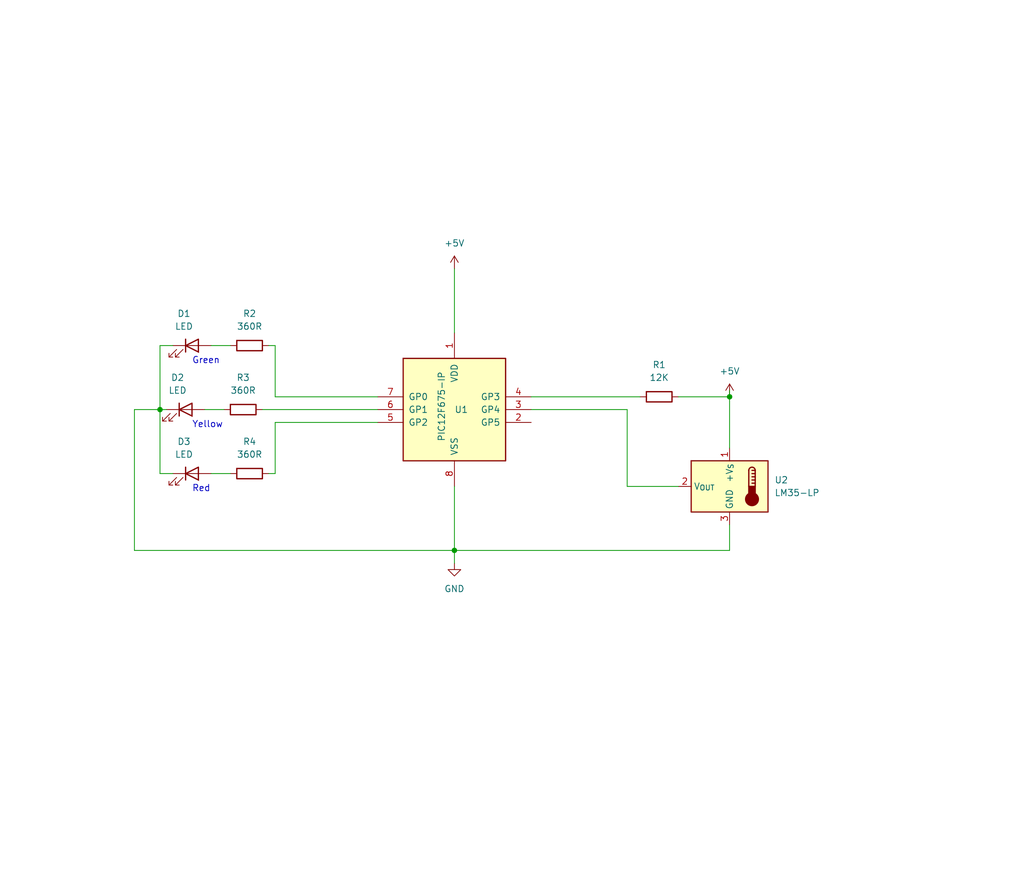
<source format=kicad_sch>
(kicad_sch (version 20230121) (generator eeschema)
  (paper "User" 203.2 177.8)
  (title_block (title "PIC16F628A for Beginners - 1") (company "Ricardo Lima Caratti") (comment 1 "Fiver Indicator wirh LM35  and Three LEDs using the PIC12F675. "))
  (lib_symbols
    (symbol "Device:LED" (pin_numbers hide) (pin_names (offset 1.016) hide)
      (property "Reference" "D" (at 0 2.54 0))
      (property "Value" "LED" (at 0 -2.54 0))
      (symbol "LED_0_1"
        (polyline (pts (xy -1.27 -1.27) (xy -1.27 1.27)) (stroke (width 0.254)))
        (polyline (pts (xy -1.27 0) (xy 1.27 0)))
        (polyline (pts (xy 1.27 -1.27) (xy 1.27 1.27) (xy -1.27 0) (xy 1.27 -1.27)) (stroke (width 0.254)))
        (polyline (pts (xy -3.048 -0.762) (xy -4.572 -2.286) (xy -3.81 -2.286) (xy -4.572 -2.286) (xy -4.572 -1.524)))
        (polyline (pts (xy -1.778 -0.762) (xy -3.302 -2.286) (xy -2.54 -2.286) (xy -3.302 -2.286) (xy -3.302 -1.524)))
      )
      (symbol "LED_1_1"
        (pin passive line (at -3.81 0 0) (length 2.54) (name "K") (number "1"))
        (pin passive line (at 3.81 0 180) (length 2.54) (name "A") (number "2"))
      )
    )
    (symbol "Device:R" (pin_numbers hide) (pin_names (offset 0))
      (property "Reference" "R" (at 2.032 0 90))
      (property "Value" "R" (at 0 0 90))
      (symbol "R_0_1"
        (rectangle (start -1.016 -2.54) (end 1.016 2.54) (stroke (width 0.254)))
      )
      (symbol "R_1_1"
        (pin passive line (at 0 3.81 270) (length 1.27) (name "~") (number "1"))
        (pin passive line (at 0 -3.81 90) (length 1.27) (name "~") (number "2"))
      )
    )
    (symbol "MCU_Microchip_PIC12:PIC12F675-IP" (pin_names (offset 1.016))
      (property "Reference" "U" (at 1.27 13.97 0))
      (property "Value" "PIC12F675-IP" (at 1.27 11.43 0))
      (symbol "PIC12F675-IP_0_1"
        (rectangle (start 10.16 -10.16) (end -10.16 10.16) (stroke (width 0.254)) (fill (type background)))
      )
      (symbol "PIC12F675-IP_1_1"
        (pin power_in line (at 0 15.24 270) (length 5.08) (name "VDD") (number "1"))
        (pin bidirectional line (at 15.24 -2.54 180) (length 5.08) (name "GP5") (number "2"))
        (pin bidirectional line (at 15.24 0 180) (length 5.08) (name "GP4") (number "3"))
        (pin input line (at 15.24 2.54 180) (length 5.08) (name "GP3") (number "4"))
        (pin bidirectional line (at -15.24 -2.54 0) (length 5.08) (name "GP2") (number "5"))
        (pin bidirectional line (at -15.24 0 0) (length 5.08) (name "GP1") (number "6"))
        (pin bidirectional line (at -15.24 2.54 0) (length 5.08) (name "GP0") (number "7"))
        (pin power_in line (at 0 -15.24 90) (length 5.08) (name "VSS") (number "8"))
      )
    )
    (symbol "Sensor_Temperature:LM35-LP"
      (property "Reference" "U" (at -6.35 6.35 0))
      (property "Value" "LM35-LP" (at 1.27 6.35 0))
      (symbol "LM35-LP_0_1"
        (rectangle (start -7.62 5.08) (end 7.62 -5.08) (stroke (width 0.254)) (fill (type background)))
        (circle (center -4.445 -2.54) (radius 1.27) (stroke (width 0.254)) (fill (type outline)))
        (rectangle (start -3.81 -1.905) (end -5.08 0) (stroke (width 0.254)) (fill (type outline)))
        (arc (start -3.81 3.175) (mid -4.445 3.8073) (end -5.08 3.175) (stroke (width 0.254)))
        (polyline (pts (xy -5.08 0.635) (xy -4.445 0.635)) (stroke (width 0.254)))
        (polyline (pts (xy -5.08 1.27) (xy -4.445 1.27)) (stroke (width 0.254)))
        (polyline (pts (xy -5.08 1.905) (xy -4.445 1.905)) (stroke (width 0.254)))
        (polyline (pts (xy -5.08 2.54) (xy -4.445 2.54)) (stroke (width 0.254)))
        (polyline (pts (xy -5.08 3.175) (xy -5.08 0)) (stroke (width 0.254)))
        (polyline (pts (xy -5.08 3.175) (xy -4.445 3.175)) (stroke (width 0.254)))
        (polyline (pts (xy -3.81 3.175) (xy -3.81 0)) (stroke (width 0.254)))
      )
      (symbol "LM35-LP_1_1"
        (pin power_in line (at 0 7.62 270) (length 2.54) (name "+V_{S}") (number "1"))
        (pin output line (at 10.16 0 180) (length 2.54) (name "V_{OUT}") (number "2"))
        (pin power_in line (at 0 -7.62 90) (length 2.54) (name "GND") (number "3"))
      )
    )
    (symbol "power:+5V" (power) (pin_names (offset 0))
      (property "Value" "+5V" (at 0 3.556 0))
      (symbol "+5V_0_1"
        (polyline (pts (xy -0.762 1.27) (xy 0 2.54)))
        (polyline (pts (xy 0 0) (xy 0 2.54)))
        (polyline (pts (xy 0 2.54) (xy 0.762 1.27)))
      )
      (symbol "+5V_1_1"
        (pin power_in line (at 0 0 90) (length 0) hide (name "+5V") (number "1"))
      )
    )
    (symbol "power:GND" (power) (pin_names (offset 0))
      (property "Value" "GND" (at 0 -3.81 0))
      (symbol "GND_0_1"
        (polyline (pts (xy 0 0) (xy 0 -1.27) (xy 1.27 -1.27) (xy 0 -2.54) (xy -1.27 -1.27) (xy 0 -1.27)))
      )
      (symbol "GND_1_1"
        (pin power_in line (at 0 0 270) (length 0) hide (name "GND") (number "1"))
      )
    )
  )
  (junction (at 90.17 109.22))
  (junction (at 31.75 81.28))
  (junction (at 144.78 78.74))
  (wire (pts (xy 41.91 68.58) (xy 45.72 68.58)))
  (wire (pts (xy 41.91 93.98) (xy 45.72 93.98)))
  (wire (pts (xy 54.61 78.74) (xy 74.93 78.74)))
  (wire (pts (xy 90.17 109.22) (xy 90.17 111.76)))
  (wire (pts (xy 52.07 81.28) (xy 74.93 81.28)))
  (wire (pts (xy 31.75 81.28) (xy 33.02 81.28)))
  (wire (pts (xy 31.75 68.58) (xy 31.75 81.28)))
  (wire (pts (xy 124.46 81.28) (xy 124.46 96.52)))
  (wire (pts (xy 54.61 68.58) (xy 54.61 78.74)))
  (wire (pts (xy 105.41 78.74) (xy 127 78.74)))
  (wire (pts (xy 105.41 81.28) (xy 124.46 81.28)))
  (wire (pts (xy 90.17 53.34) (xy 90.17 66.04)))
  (wire (pts (xy 26.67 81.28) (xy 31.75 81.28)))
  (wire (pts (xy 144.78 104.14) (xy 144.78 109.22)))
  (wire (pts (xy 54.61 83.82) (xy 74.93 83.82)))
  (wire (pts (xy 34.29 68.58) (xy 31.75 68.58)))
  (wire (pts (xy 90.17 109.22) (xy 26.67 109.22)))
  (wire (pts (xy 144.78 78.74) (xy 144.78 88.9)))
  (wire (pts (xy 26.67 109.22) (xy 26.67 81.28)))
  (wire (pts (xy 34.29 93.98) (xy 31.75 93.98)))
  (wire (pts (xy 31.75 81.28) (xy 31.75 93.98)))
  (wire (pts (xy 124.46 96.52) (xy 134.62 96.52)))
  (wire (pts (xy 53.34 68.58) (xy 54.61 68.58)))
  (wire (pts (xy 54.61 93.98) (xy 54.61 83.82)))
  (wire (pts (xy 90.17 96.52) (xy 90.17 109.22)))
  (wire (pts (xy 90.17 109.22) (xy 144.78 109.22)))
  (wire (pts (xy 134.62 78.74) (xy 144.78 78.74)))
  (wire (pts (xy 53.34 93.98) (xy 54.61 93.98)))
  (wire (pts (xy 144.78 77.47) (xy 144.78 78.74)))
  (wire (pts (xy 40.64 81.28) (xy 44.45 81.28)))
  (text "Green" (at 38.1 72.39 0) (effects (font (size 1.27 1.27)) (justify left bottom)))
  (text "Yellow" (at 38.1 85.09 0) (effects (font (size 1.27 1.27)) (justify left bottom)))
  (text "Red" (at 38.1 97.79 0) (effects (font (size 1.27 1.27)) (justify left bottom)))
  (symbol (lib_id "Device:LED") (at 38.1 93.98 0) (unit 1)
    (property "Reference" "D3" (at 36.5125 87.63 0))
    (property "Value" "LED" (at 36.5125 90.17 0))
  )
  (symbol (lib_id "power:+5V") (at 90.17 53.34 0) (unit 1)
    (property "Reference" "#PWR01" (effects hide))
    (property "Value" "+5V" (at 90.17 48.26 0))
  )
  (symbol (lib_id "MCU_Microchip_PIC12:PIC12F675-IP") (at 90.17 81.28 0) (unit 1)
    (property "Reference" "U1" (at 90.17 81.28 0) (effects (justify left)))
    (property "Value" "PIC12F675-IP" (at 87.63 87.63 90) (effects (justify left)))
    (property "Footprint" "Package_DIP:DIP-8_W7.62mm" (effects hide))
    (property "Datasheet" "http://ww1.microchip.com/downloads/en/DeviceDoc/41190G.pdf" (effects hide))
  )
  (symbol (lib_id "Device:R") (at 130.81 78.74 90) (unit 1)
    (property "Reference" "R1" (at 130.81 72.39 90))
    (property "Value" "12K" (at 130.81 74.93 90))
  )
  (symbol (lib_id "Device:LED") (at 36.83 81.28 0) (unit 1)
    (property "Reference" "D2" (at 35.2425 74.93 0))
    (property "Value" "LED" (at 35.2425 77.47 0))
  )
  (symbol (lib_id "power:+5V") (at 144.78 78.74 0) (unit 1)
    (property "Reference" "#PWR04" (effects hide))
    (property "Value" "+5V" (at 144.78 73.66 0))
  )
  (symbol (lib_id "Device:R") (at 49.53 68.58 90) (unit 1)
    (property "Reference" "R2" (at 49.53 62.23 90))
    (property "Value" "360R" (at 49.53 64.77 90))
  )
  (symbol (lib_id "Sensor_Temperature:LM35-LP") (at 144.78 96.52 0) (mirror y) (unit 1)
    (property "Reference" "U2" (at 153.67 95.25 0) (effects (justify right)))
    (property "Value" "LM35-LP" (at 153.67 97.79 0) (effects (justify right)))
    (property "Footprint" "Package_TO_SOT_THT:TO-92_Inline" (effects hide))
    (property "Datasheet" "http://www.ti.com/lit/ds/symlink/lm35.pdf" (effects hide))
  )
  (symbol (lib_id "Device:R") (at 49.53 93.98 90) (unit 1)
    (property "Reference" "R4" (at 49.53 87.63 90))
    (property "Value" "360R" (at 49.53 90.17 90))
  )
  (symbol (lib_id "Device:LED") (at 38.1 68.58 0) (unit 1)
    (property "Reference" "D1" (at 36.5125 62.23 0))
    (property "Value" "LED" (at 36.5125 64.77 0))
  )
  (symbol (lib_id "power:GND") (at 90.17 111.76 0) (unit 1)
    (property "Reference" "#PWR02" (effects hide))
    (property "Value" "GND" (at 90.17 116.84 0))
  )
  (symbol (lib_id "Device:R") (at 48.26 81.28 90) (unit 1)
    (property "Reference" "R3" (at 48.26 74.93 90))
    (property "Value" "360R" (at 48.26 77.47 90))
  )
)
</source>
